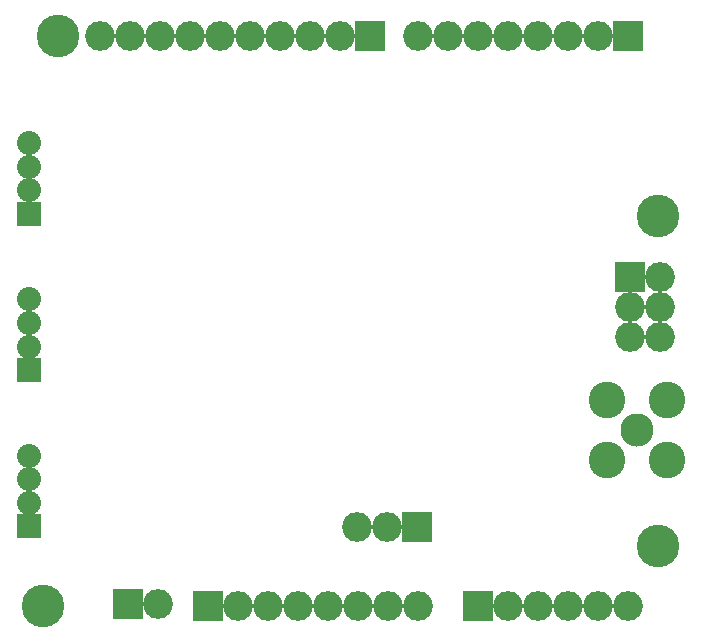
<source format=gbs>
G04 #@! TF.FileFunction,Soldermask,Bot*
%FSLAX46Y46*%
G04 Gerber Fmt 4.6, Leading zero omitted, Abs format (unit mm)*
G04 Created by KiCad (PCBNEW 4.0.7-e2-6376~58~ubuntu16.04.1) date Fri Jul  6 10:04:11 2018*
%MOMM*%
%LPD*%
G01*
G04 APERTURE LIST*
%ADD10C,0.150000*%
%ADD11R,2.508000X2.508000*%
%ADD12O,2.508000X2.508000*%
%ADD13C,3.108000*%
%ADD14C,2.808000*%
%ADD15R,2.032000X2.032000*%
%ADD16C,2.032000*%
%ADD17C,3.608000*%
G04 APERTURE END LIST*
D10*
D11*
X138180000Y-68580000D03*
D12*
X135640000Y-68580000D03*
X133100000Y-68580000D03*
X130560000Y-68580000D03*
X128020000Y-68580000D03*
X125480000Y-68580000D03*
X122940000Y-68580000D03*
X120400000Y-68580000D03*
X117860000Y-68580000D03*
X115320000Y-68580000D03*
D11*
X160020000Y-68580000D03*
D12*
X157480000Y-68580000D03*
X154940000Y-68580000D03*
X152400000Y-68580000D03*
X149860000Y-68580000D03*
X147320000Y-68580000D03*
X144780000Y-68580000D03*
X142240000Y-68580000D03*
D11*
X124460000Y-116840000D03*
D12*
X127000000Y-116840000D03*
X129540000Y-116840000D03*
X132080000Y-116840000D03*
X134620000Y-116840000D03*
X137160000Y-116840000D03*
X139700000Y-116840000D03*
X142240000Y-116840000D03*
D11*
X147320000Y-116840000D03*
D12*
X149860000Y-116840000D03*
X152400000Y-116840000D03*
X154940000Y-116840000D03*
X157480000Y-116840000D03*
X160020000Y-116840000D03*
D11*
X117690000Y-116660000D03*
D12*
X120230000Y-116660000D03*
D11*
X160190000Y-88960000D03*
D12*
X162730000Y-88960000D03*
X160190000Y-91500000D03*
X162730000Y-91500000D03*
X160190000Y-94040000D03*
X162730000Y-94040000D03*
D13*
X158230000Y-104490000D03*
X158230000Y-99410000D03*
X163310000Y-99410000D03*
X163310000Y-104490000D03*
D14*
X160770000Y-101950000D03*
D11*
X142140000Y-110150000D03*
D12*
X139600000Y-110150000D03*
X137060000Y-110150000D03*
D15*
X109290000Y-83630000D03*
D16*
X109290000Y-81630000D03*
X109290000Y-79630000D03*
X109290000Y-77630000D03*
D15*
X109290000Y-96860000D03*
D16*
X109290000Y-94860000D03*
X109290000Y-92860000D03*
X109290000Y-90860000D03*
D15*
X109290000Y-110080000D03*
D16*
X109290000Y-108080000D03*
X109290000Y-106080000D03*
X109290000Y-104080000D03*
D17*
X111790000Y-68590000D03*
X110490000Y-116850000D03*
X162590000Y-111770000D03*
X162590000Y-83830000D03*
M02*

</source>
